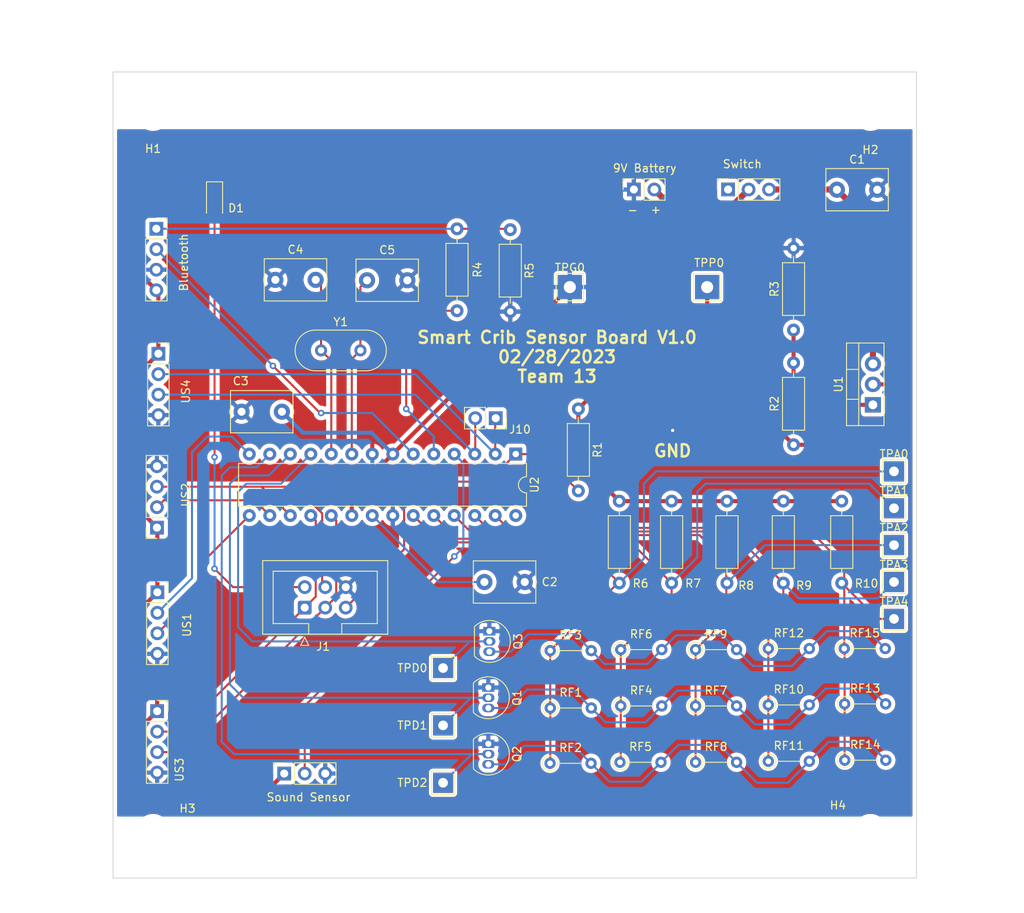
<source format=kicad_pcb>
(kicad_pcb (version 20211014) (generator pcbnew)
  (layers (0 "F.Cu" signal) (31 "B.Cu" signal) (34 "B.Paste" user) (35 "F.Paste" user) (36 "B.SilkS" user "B.Silkscreen") (37 "F.SilkS" user "F.Silkscreen") (38 "B.Mask" user) (39 "F.Mask" user) (44 "Edge.Cuts" user))
  (net 0 "")
  (net 1 "Net-(C1-Pad1)")
  (net 2 "GND")
  (net 3 "Net-(C2-Pad2)")
  (net 4 "+5V")
  (net 5 "Net-(C4-Pad2)")
  (net 6 "Net-(C5-Pad1)")
  (net 7 "Net-(D1-Pad2)")
  (net 8 "/MISO")
  (net 9 "/SCK")
  (net 10 "/MOSI")
  (net 11 "/RESET")
  (net 12 "Net-(J2-Pad2)")
  (net 14 "/US0_Trig")
  (net 15 "/US0_Echo")
  (net 16 "/SD_Echo")
  (net 17 "/US1_Trig")
  (net 18 "/US3_Trig")
  (net 19 "/US3_Echo")
  (net 20 "Net-(J9-Pad1)")
  (net 21 "/RX")
  (net 22 "/row1")
  (net 23 "Net-(Q1-Pad3)")
  (net 24 "/row2")
  (net 25 "Net-(Q2-Pad3)")
  (net 26 "/row0")
  (net 27 "Net-(Q3-Pad3)")
  (net 28 "Net-(R2-Pad2)")
  (net 29 "/TX")
  (net 30 "/col0")
  (net 31 "/col1")
  (net 32 "/col2")
  (net 33 "/col3")
  (net 34 "/col4")
  (footprint "TestPoint:TestPoint_THTPad_2.5x2.5mm_Drill1.2mm" (layer "F.Cu") (at 200.152 119.888)
    (fp_text reference "TPA4")
    (fp_text value "TPA4")
  )
  (footprint "Resistor_THT:R_Axial_DIN0207_L6.3mm_D2.5mm_P10.16mm_Horizontal" (layer "F.Cu") (at 161.036 93.853 -90)
    (fp_text reference "R1")
    (fp_text value "10k")
  )
  (footprint "Resistor_THT:R_Axial_DIN0207_L6.3mm_D2.5mm_P10.16mm_Horizontal" (layer "F.Cu") (at 146 81.68 90)
    (fp_text reference "R4")
    (fp_text value "1k")
  )
  (footprint "Capacitor_THT:C_Disc_D7.5mm_W5.0mm_P5.00mm" (layer "F.Cu") (at 123.484 77.851)
    (fp_text reference "C4")
    (fp_text value "22p")
  )
  (footprint "Resistor_THT:R_Axial_DIN0204_L3.6mm_D1.6mm_P5.08mm_Vertical" (layer "F.Cu") (at 157.53 137.795)
    (fp_text reference "RF2")
    (fp_text value "FSR")
  )
  (footprint "Capacitor_THT:C_Disc_D7.5mm_W5.0mm_P5.00mm" (layer "F.Cu") (at 154.392 115.316 180)
    (fp_text reference "C2")
    (fp_text value "100n")
  )
  (footprint "Resistor_THT:R_Axial_DIN0207_L6.3mm_D2.5mm_P10.16mm_Horizontal" (layer "F.Cu") (at 187.706 84.074 90)
    (fp_text reference "R3")
    (fp_text value "3k")
  )
  (footprint "Resistor_THT:R_Axial_DIN0204_L3.6mm_D1.6mm_P5.08mm_Vertical" (layer "F.Cu") (at 166.196 137.668)
    (fp_text reference "RF5")
    (fp_text value "FSR")
  )
  (footprint "Resistor_THT:R_Axial_DIN0204_L3.6mm_D1.6mm_P5.08mm_Vertical" (layer "F.Cu") (at 175.564 137.668)
    (fp_text reference "RF8")
    (fp_text value "FSR")
  )
  (footprint "MountingHole:MountingHole_3.2mm_M3" (layer "F.Cu") (at 197.231 146.177)
    (fp_text reference "H4")
    (fp_text value "MountingHole")
  )
  (footprint "Connector_PinSocket_2.54mm:PinSocket_1x03_P2.54mm_Vertical" (layer "F.Cu") (at 124.587 139.065 90)
    (fp_text reference "J5" hide)
    (fp_text value "Sound Sensor")
  )
  (footprint "Resistor_THT:R_Axial_DIN0204_L3.6mm_D1.6mm_P5.08mm_Vertical" (layer "F.Cu") (at 184.581 130.556)
    (fp_text reference "RF10")
    (fp_text value "FSR")
  )
  (footprint "Capacitor_THT:C_Disc_D7.5mm_W5.0mm_P5.00mm" (layer "F.Cu") (at 119.3 94.2)
    (fp_text reference "C3")
    (fp_text value "1uF")
  )
  (footprint "Connector_PinSocket_2.54mm:PinSocket_1x04_P2.54mm_Vertical" (layer "F.Cu") (at 108.991 87.005)
    (fp_text reference "J8" hide)
    (fp_text value "US4")
  )
  (footprint "Connector_PinSocket_2.54mm:PinSocket_1x03_P2.54mm_Vertical" (layer "F.Cu") (at 179.593 66.65 90)
    (fp_text reference "J3" hide)
    (fp_text value "Switch")
  )
  (footprint "Crystal:Crystal_HC49-U_Vertical" (layer "F.Cu") (at 129.15 86.6)
    (fp_text reference "Y1")
    (fp_text value "16MHz")
  )
  (footprint "TestPoint:TestPoint_THTPad_3.0x3.0mm_Drill1.5mm" (layer "F.Cu") (at 159.982 78.75)
    (fp_text reference "TPG0")
    (fp_text value "TPGnd")
  )
  (footprint "Resistor_THT:R_Axial_DIN0204_L3.6mm_D1.6mm_P5.08mm_Vertical" (layer "F.Cu") (at 194.053 137.414)
    (fp_text reference "RF14")
    (fp_text value "FSR")
  )
  (footprint "TestPoint:TestPoint_THTPad_2.5x2.5mm_Drill1.2mm" (layer "F.Cu") (at 144.272 125.984)
    (fp_text reference "TPD0")
    (fp_text value "TPD0")
  )
  (footprint "Resistor_THT:R_Axial_DIN0204_L3.6mm_D1.6mm_P5.08mm_Vertical" (layer "F.Cu") (at 157.55 123.825)
    (fp_text reference "RF3")
    (fp_text value "FSR")
  )
  (footprint "Resistor_THT:R_Axial_DIN0204_L3.6mm_D1.6mm_P5.08mm_Vertical" (layer "F.Cu") (at 175.564 123.698)
    (fp_text reference "RF9")
    (fp_text value "FSR")
  )
  (footprint "MountingHole:MountingHole_3.2mm_M3" (layer "F.Cu") (at 108.331 146.177)
    (fp_text reference "H3")
    (fp_text value "MountingHole")
  )
  (footprint "Resistor_THT:R_Axial_DIN0204_L3.6mm_D1.6mm_P5.08mm_Vertical" (layer "F.Cu") (at 166.293 130.683)
    (fp_text reference "RF4")
    (fp_text value "FSR")
  )
  (footprint "Resistor_THT:R_Axial_DIN0204_L3.6mm_D1.6mm_P5.08mm_Vertical" (layer "F.Cu") (at 194.033 130.429)
    (fp_text reference "RF13")
    (fp_text value "FSR")
  )
  (footprint "TestPoint:TestPoint_THTPad_2.5x2.5mm_Drill1.2mm" (layer "F.Cu") (at 200.152 115.316)
    (fp_text reference "TPA3")
    (fp_text value "TPA3")
  )
  (footprint "Resistor_THT:R_Axial_DIN0207_L6.3mm_D2.5mm_P10.16mm_Horizontal" (layer "F.Cu") (at 186.436 105.283 -90)
    (fp_text reference "R9")
    (fp_text value "1k")
  )
  (footprint "Package_TO_SOT_THT:TO-92_Inline" (layer "F.Cu") (at 149.881 135.382 -90)
    (fp_text reference "Q2")
    (fp_text value "2N7000")
  )
  (footprint "Diode_SMD:D_SOD-123" (layer "F.Cu") (at 115.951 67.945 -90)
    (fp_text reference "D1")
    (fp_text value "MBR0520")
  )
  (footprint "MountingHole:MountingHole_3.2mm_M3" (layer "F.Cu") (at 197.231 57.277)
    (fp_text reference "H2")
    (fp_text value "MountingHole")
  )
  (footprint "Resistor_THT:R_Axial_DIN0204_L3.6mm_D1.6mm_P5.08mm_Vertical" (layer "F.Cu") (at 193.989 123.571)
    (fp_text reference "RF15")
    (fp_text value "FSR")
  )
  (footprint "Connector_PinSocket_2.54mm:PinSocket_1x02_P2.54mm_Vertical" (layer "F.Cu") (at 150.8 95 -90)
    (fp_text reference "J10")
    (fp_text value "RX_TX")
  )
  (footprint "Package_DIP:DIP-28_W7.62mm" (layer "F.Cu") (at 153.279 99.451 -90)
    (fp_text reference "U2")
    (fp_text value "ATmega328P-P")
  )
  (footprint "Resistor_THT:R_Axial_DIN0204_L3.6mm_D1.6mm_P5.08mm_Vertical" (layer "F.Cu") (at 157.563 130.937)
    (fp_text reference "RF1")
    (fp_text value "FSR")
  )
  (footprint "Connector_IDC:IDC-Header_2x03_P2.54mm_Vertical" (layer "F.Cu") (at 127.127 118.491 90)
    (fp_text reference "J1")
    (fp_text value "AVR-ISP-6")
  )
  (footprint "Resistor_THT:R_Axial_DIN0207_L6.3mm_D2.5mm_P10.16mm_Horizontal" (layer "F.Cu") (at 179.451 105.283 -90)
    (fp_text reference "R8")
    (fp_text value "1k")
  )
  (footprint "TestPoint:TestPoint_THTPad_2.5x2.5mm_Drill1.2mm" (layer "F.Cu") (at 200.152 106.172)
    (fp_text reference "TPA1")
    (fp_text value "TPA1")
  )
  (footprint "Resistor_THT:R_Axial_DIN0207_L6.3mm_D2.5mm_P10.16mm_Horizontal" (layer "F.Cu") (at 193.675 105.283 -90)
    (fp_text reference "R10")
    (fp_text value "1k")
  )
  (footprint "Resistor_THT:R_Axial_DIN0204_L3.6mm_D1.6mm_P5.08mm_Vertical" (layer "F.Cu") (at 175.564 130.683)
    (fp_text reference "RF7")
    (fp_text value "FSR")
  )
  (footprint "Resistor_THT:R_Axial_DIN0204_L3.6mm_D1.6mm_P5.08mm_Vertical" (layer "F.Cu") (at 184.581 123.571)
    (fp_text reference "RF12")
    (fp_text value "FSR")
  )
  (footprint "TestPoint:TestPoint_THTPad_2.5x2.5mm_Drill1.2mm" (layer "F.Cu") (at 144.272 133.096)
    (fp_text reference "TPD1")
    (fp_text value "TPD1")
  )
  (footprint "TestPoint:TestPoint_THTPad_2.5x2.5mm_Drill1.2mm" (layer "F.Cu") (at 200.152 110.744)
    (fp_text reference "TPA2")
    (fp_text value "TPA2")
  )
  (footprint "MountingHole:MountingHole_3.2mm_M3" (layer "F.Cu") (at 108.331 57.277)
    (fp_text reference "H1")
    (fp_text value "MountingHole")
  )
  (footprint "Resistor_THT:R_Axial_DIN0204_L3.6mm_D1.6mm_P5.08mm_Vertical" (layer "F.Cu") (at 184.581 137.541)
    (fp_text reference "RF11")
    (fp_text value "FSR")
  )
  (footprint "Connector_PinSocket_2.54mm:PinSocket_1x02_P2.54mm_Vertical" (layer "F.Cu") (at 167.914 66.65 90)
    (fp_text reference "J2" hide)
    (fp_text value "9V Battery")
  )
  (footprint "Resistor_THT:R_Axial_DIN0207_L6.3mm_D2.5mm_P10.16mm_Horizontal" (layer "F.Cu") (at 166.116 105.283 -90)
    (fp_text reference "R6")
    (fp_text value "1k")
  )
  (footprint "Package_TO_SOT_THT:TO-92_Inline" (layer "F.Cu") (at 150.008 121.412 -90)
    (fp_text reference "Q3")
    (fp_text value "2N7000")
  )
  (footprint "Capacitor_THT:C_Disc_D7.5mm_W5.0mm_P5.00mm" (layer "F.Cu") (at 134.847 77.904)
    (fp_text reference "C5")
    (fp_text value "22p")
  )
  (footprint "Connector_PinSocket_2.54mm:PinSocket_1x04_P2.54mm_Vertical" (layer "F.Cu") (at 108.864 116.596)
    (fp_text reference "J4" hide)
    (fp_text value "US1")
  )
  (footprint "Connector_PinSocket_2.54mm:PinSocket_1x04_P2.54mm_Vertical" (layer "F.Cu") (at 108.737 71.511)
    (fp_text reference "J9" hide)
    (fp_text value "Bluetooth")
  )
  (footprint "Resistor_THT:R_Axial_DIN0207_L6.3mm_D2.5mm_P10.16mm_Horizontal" (layer "F.Cu") (at 187.706 98.298 90)
    (fp_text reference "R2")
    (fp_text value "1k")
  )
  (footprint "TestPoint:TestPoint_THTPad_3.0x3.0mm_Drill1.5mm" (layer "F.Cu") (at 177 78.75)
    (fp_text reference "TPP0")
    (fp_text value "TPPower")
  )
  (footprint "Connector_PinSocket_2.54mm:PinSocket_1x04_P2.54mm_Vertical" (layer "F.Cu") (at 108.839 131.328)
    (fp_text reference "J7" hide)
    (fp_text value "US3")
  )
  (footprint "Capacitor_THT:C_Disc_D7.5mm_W5.0mm_P5.00mm" (layer "F.Cu") (at 193.08 66.675)
    (fp_text reference "C1")
    (fp_text value "1uF")
  )
  (footprint "Package_TO_SOT_THT:TO-92_Inline" (layer "F.Cu") (at 149.881 128.397 -90)
    (fp_text reference "Q1")
    (fp_text value "2N7000")
  )
  (footprint "Connector_PinSocket_2.54mm:PinSocket_1x04_P2.54mm_Vertical" (layer "F.Cu") (at 108.814 108.575 180)
    (fp_text reference "J6" hide)
    (fp_text value "US2")
  )
  (footprint "Resistor_THT:R_Axial_DIN0207_L6.3mm_D2.5mm_P10.16mm_Horizontal" (layer "F.Cu") (at 172.593 105.283 -90)
    (fp_text reference "R7")
    (fp_text value "1k")
  )
  (footprint "Package_TO_SOT_THT:TO-220-3_Vertical" (layer "F.Cu") (at 197.541 93.345 90)
    (fp_text reference "U1")
    (fp_text value "LM317_TO-220")
  )
  (footprint "TestPoint:TestPoint_THTPad_2.5x2.5mm_Drill1.2mm" (layer "F.Cu") (at 144.272 140.208)
    (fp_text reference "TPD2")
    (fp_text value "TPD2")
  )
  (footprint "Resistor_THT:R_Axial_DIN0207_L6.3mm_D2.5mm_P10.16mm_Horizontal" (layer "F.Cu") (at 152.6 71.628 -90)
    (fp_text reference "R5")
    (fp_text value "2k")
  )
  (footprint "TestPoint:TestPoint_THTPad_2.5x2.5mm_Drill1.2mm" (layer "F.Cu") (at 200.152 101.6)
    (fp_text reference "TPA0")
    (fp_text value "TPA0")
  )
  (footprint "Resistor_THT:R_Axial_DIN0204_L3.6mm_D1.6mm_P5.08mm_Vertical" (layer "F.Cu") (at 166.293 123.698)
    (fp_text reference "RF6")
    (fp_text value "FSR")
  )
  (gr_rect (start 103.378 52.07) (end 202.946 152.019) (layer "Edge.Cuts") (width 0.1) (fill none))
  (gr_text "Smart Crib Sensor Board V1.0\n02/28/2023\nTeam 13" (at 158.4 87.4) (layer "F.SilkS") (effects (font (size 1.5 1.5) (thickness 0.3))))
  (gr_text "GND" (at 172.72 99.06) (layer "F.SilkS") (effects (font (size 1.5 1.5) (thickness 0.3))))
  (segment (start 193.08 66.675) (end 197.541 71.136) (width 0.762) (layer "F.Cu") (net 1))
  (segment (start 193.055 66.65) (end 193.08 66.675) (width 0.762) (layer "F.Cu") (net 1))
  (segment (start 184.673 66.65) (end 193.055 66.65) (width 0.762) (layer "F.Cu") (net 1))
  (segment (start 197.541 71.136) (end 197.541 88.265) (width 0.762) (layer "F.Cu") (net 1))
  (segment (start 155.194 81.788) (end 152.6 81.788) (width 0.508) (layer "F.Cu") (net 2))
  (segment (start 155.232 81.75) (end 155.194 81.788) (width 0.508) (layer "F.Cu") (net 2))
  (segment (start 159.982 78.75) (end 156.982 81.75) (width 0.508) (layer "F.Cu") (net 2))
  (segment (start 156.982 81.75) (end 155.232 81.75) (width 0.508) (layer "F.Cu") (net 2))
  (via (at 172.72 96.52) (size 0.8) (drill 0.4) (layers "F.Cu" "B.Cu") (net 2))
  (segment (start 149.392 115.316) (end 143.744 115.316) (width 0.254) (layer "B.Cu") (net 3))
  (segment (start 143.744 115.316) (end 135.499 107.071) (width 0.254) (layer "B.Cu") (net 3))
  (segment (start 108.814 108.575) (end 108.814 108.56) (width 0.508) (layer "F.Cu") (net 4))
  (segment (start 108.455 66.295) (end 115.951 66.295) (width 0.508) (layer "F.Cu") (net 4))
  (segment (start 105.918 76.312) (end 105.918 68.832) (width 0.508) (layer "F.Cu") (net 4))
  (segment (start 105.791 90.205) (end 108.991 87.005) (width 0.508) (layer "F.Cu") (net 4))
  (segment (start 156.591 67.183) (end 157.204 67.796) (width 0.508) (layer "F.Cu") (net 4))
  (segment (start 108.864 116.596) (end 108.864 108.625) (width 0.508) (layer "F.Cu") (net 4))
  (segment (start 115.951 66.295) (end 115.951 66.548) (width 0.508) (layer "F.Cu") (net 4))
  (segment (start 108.737 79.131) (end 105.918 76.312) (width 0.508) (layer "F.Cu") (net 4))
  (segment (start 177 78.75) (end 177 87.592) (width 0.508) (layer "F.Cu") (net 4))
  (segment (start 105.664 125.857) (end 105.664 119.796) (width 0.508) (layer "F.Cu") (net 4))
  (segment (start 163.689 91.2) (end 180.608 91.2) (width 0.508) (layer "F.Cu") (net 4))
  (segment (start 121.852 141.8) (end 106.6 141.8) (width 0.508) (layer "F.Cu") (net 4))
  (segment (start 152.633 91.8) (end 161.7165 100.8835) (width 0.508) (layer "F.Cu") (net 4))
  (segment (start 186.436 105.283) (end 193.675 105.283) (width 0.508) (layer "F.Cu") (net 4))
  (segment (start 166.116 105.283) (end 172.593 105.283) (width 0.508) (layer "F.Cu") (net 4))
  (segment (start 108.814 108.56) (end 105.791 105.537) (width 0.508) (layer "F.Cu") (net 4))
  (segment (start 105.791 105.537) (end 105.791 90.205) (width 0.508) (layer "F.Cu") (net 4))
  (segment (start 115.951 66.548) (end 116.586 67.183) (width 0.508) (layer "F.Cu") (net 4))
  (segment (start 132.959 104.531) (end 132.959 107.071) (width 0.508) (layer "F.Cu") (net 4))
  (segment (start 187.706 98.298) (end 182.704 93.296) (width 0.508) (layer "F.Cu") (net 4))
  (segment (start 180.704 91.296) (end 157.204 67.796) (width 0.508) (layer "F.Cu") (net 4))
  (segment (start 199.405 90.805) (end 201 92.4) (width 0.508) (layer "F.Cu") (net 4))
  (segment (start 166.116 105.283) (end 161.7165 100.8835) (width 0.508) (layer "F.Cu") (net 4))
  (segment (start 161.036 93.853) (end 161.036 100.203) (width 0.508) (layer "F.Cu") (net 4))
  (segment (start 161.036 93.853) (end 163.689 91.2) (width 0.508) (layer "F.Cu") (net 4))
  (segment (start 108.864 108.625) (end 108.814 108.575) (width 0.508) (layer "F.Cu") (net 4))
  (segment (start 198.502 98.298) (end 187.706 98.298) (width 0.508) (layer "F.Cu") (net 4))
  (segment (start 180.608 91.2) (end 180.704 91.296) (width 0.508) (layer "F.Cu") (net 4))
  (segment (start 201 92.4) (end 201 95.8) (width 0.508) (layer "F.Cu") (net 4))
  (segment (start 179.451 105.283) (end 186.436 105.283) (width 0.508) (layer "F.Cu") (net 4))
  (segment (start 116.586 67.183) (end 156.591 67.183) (width 0.508) (layer "F.Cu") (net 4))
  (segment (start 106.6 141.8) (end 105.6 140.8) (width 0.508) (layer "F.Cu") (net 4))
  (segment (start 105.6 140.8) (end 105.6 134.567) (width 0.508) (layer "F.Cu") (net 4))
  (segment (start 105.6 134.567) (end 108.839 131.328) (width 0.508) (layer "F.Cu") (net 4))
  (segment (start 197.541 90.805) (end 199.405 90.805) (width 0.508) (layer "F.Cu") (net 4))
  (segment (start 138.039 99.451) (end 132.959 104.531) (width 0.508) (layer "F.Cu") (net 4))
  (segment (start 108.991 87.005) (end 108.991 79.385) (width 0.508) (layer "F.Cu") (net 4))
  (segment (start 201 95.8) (end 198.502 98.298) (width 0.508) (layer "F.Cu") (net 4))
  (segment (start 108.991 79.385) (end 108.737 79.131) (width 0.508) (layer "F.Cu") (net 4))
  (segment (start 177 87.592) (end 182.704 93.296) (width 0.508) (layer "F.Cu") (net 4))
  (segment (start 124.587 139.065) (end 121.852 141.8) (width 0.508) (layer "F.Cu") (net 4))
  (segment (start 108.839 129.032) (end 105.664 125.857) (width 0.508) (layer "F.Cu") (net 4))
  (segment (start 108.839 131.328) (end 108.839 129.032) (width 0.508) (layer "F.Cu") (net 4))
  (segment (start 161.036 100.203) (end 161.163 100.33) (width 0.508) (layer "F.Cu") (net 4))
  (segment (start 161.7165 100.8835) (end 161.163 100.33) (width 0.508) (layer "F.Cu") (net 4))
  (segment (start 145.69 91.8) (end 152.633 91.8) (width 0.508) (layer "F.Cu") (net 4))
  (segment (start 172.593 105.283) (end 179.451 105.283) (width 0.508) (layer "F.Cu") (net 4))
  (segment (start 105.918 68.832) (end 108.455 66.295) (width 0.508) (layer "F.Cu") (net 4))
  (segment (start 138.039 99.451) (end 145.69 91.8) (width 0.508) (layer "F.Cu") (net 4))
  (segment (start 105.664 119.796) (end 108.864 116.596) (width 0.508) (layer "F.Cu") (net 4))
  (segment (start 138.039 99.451) (end 135.388 96.8) (width 0.508) (layer "B.Cu") (net 4))
  (segment (start 135.388 96.8) (end 126.9 96.8) (width 0.508) (layer "B.Cu") (net 4))
  (segment (start 126.9 96.8) (end 124.3 94.2) (width 0.508) (layer "B.Cu") (net 4))
  (segment (start 130.419 99.451) (end 130.419 87.869) (width 0.254) (layer "F.Cu") (net 5))
  (segment (start 129.15 78.517) (end 128.484 77.851) (width 0.254) (layer "F.Cu") (net 5))
  (segment (start 129.15 86.6) (end 129.15 78.517) (width 0.254) (layer "F.Cu") (net 5))
  (segment (start 130.419 87.869) (end 129.15 86.6) (width 0.254) (layer "F.Cu") (net 5))
  (segment (start 134.03 86.6) (end 134.03 78.721) (width 0.254) (layer "F.Cu") (net 6))
  (segment (start 134.03 78.721) (end 134.847 77.904) (width 0.254) (layer "F.Cu") (net 6))
  (segment (start 132.959 99.451) (end 132.959 87.671) (width 0.254) (layer "F.Cu") (net 6))
  (segment (start 132.959 87.671) (end 134.03 86.6) (width 0.254) (layer "F.Cu") (net 6))
  (segment (start 115.951 69.595) (end 115.951 99.822) (width 0.25) (layer "F.Cu") (net 7))
  (segment (start 127.127 115.951) (end 118.237 115.951) (width 0.254) (layer "F.Cu") (net 7))
  (segment (start 115.951 113.665) (end 117.1575 114.8715) (width 0.25) (layer "F.Cu") (net 7))
  (segment (start 118.237 115.951) (end 117.1575 114.8715) (width 0.254) (layer "F.Cu") (net 7))
  (via (at 115.951 99.822) (size 0.8) (drill 0.4) (layers "F.Cu" "B.Cu") (net 7))
  (via (at 115.951 113.665) (size 0.8) (drill 0.4) (layers "F.Cu" "B.Cu") (net 7))
  (segment (start 115.951 99.822) (end 115.951 113.665) (width 0.25) (layer "B.Cu") (net 7))
  (segment (start 127.879 107.071) (end 128.492 107.684) (width 0.25) (layer "F.Cu") (net 8))
  (segment (start 127.127 118.491) (end 111.75 133.868) (width 0.254) (layer "F.Cu") (net 8))
  (segment (start 111.75 133.868) (end 108.839 133.868) (width 0.254) (layer "F.Cu") (net 8))
  (segment (start 128.492 117.126) (end 127.127 118.491) (width 0.25) (layer "F.Cu") (net 8))
  (segment (start 128.492 107.684) (end 128.492 117.126) (width 0.25) (layer "F.Cu") (net 8))
  (segment (start 131.03 117.128) (end 129.667 118.491) (width 0.254) (layer "F.Cu") (net 9))
  (segment (start 129.667 118.491) (end 111.75 136.408) (width 0.254) (layer "F.Cu") (net 9))
  (segment (start 131.03 107.682) (end 131.03 117.128) (width 0.254) (layer "F.Cu") (net 9))
  (segment (start 130.419 107.071) (end 131.03 107.682) (width 0.254) (layer "F.Cu") (net 9))
  (segment (start 111.75 136.408) (end 108.839 136.408) (width 0.254) (layer "F.Cu") (net 9))
  (segment (start 129.292 106.807) (end 125.98 103.495) (width 0.254) (layer "F.Cu") (net 10))
  (segment (start 129.292 115.576) (end 129.292 106.807) (width 0.254) (layer "F.Cu") (net 10))
  (segment (start 121.676 103.495) (end 108.814 103.495) (width 0.254) (layer "F.Cu") (net 10))
  (segment (start 121.763 103.495) (end 121.676 103.495) (width 0.254) (layer "F.Cu") (net 10))
  (segment (start 125.98 103.495) (end 121.676 103.495) (width 0.254) (layer "F.Cu") (net 10))
  (segment (start 125.339 107.071) (end 121.763 103.495) (width 0.254) (layer "F.Cu") (net 10))
  (segment (start 129.667 115.951) (end 129.292 115.576) (width 0.254) (layer "F.Cu") (net 10))
  (segment (start 156.474 99.451) (end 161.036 104.013) (width 0.254) (layer "F.Cu") (net 11))
  (segment (start 149.86 102.87) (end 153.279 99.451) (width 0.254) (layer "F.Cu") (net 11))
  (segment (start 139.446 104.902) (end 141.478 102.87) (width 0.254) (layer "F.Cu") (net 11))
  (segment (start 141.478 102.87) (end 149.86 102.87) (width 0.254) (layer "F.Cu") (net 11))
  (segment (start 139.446 111.252) (end 139.446 104.902) (width 0.254) (layer "F.Cu") (net 11))
  (segment (start 132.207 118.491) (end 139.446 111.252) (width 0.254) (layer "F.Cu") (net 11))
  (segment (start 153.279 99.451) (end 156.474 99.451) (width 0.254) (layer "F.Cu") (net 11))
  (segment (start 178.552 70.231) (end 182.133 66.65) (width 0.762) (layer "F.Cu") (net 12))
  (segment (start 174.035 70.231) (end 178.552 70.231) (width 0.762) (layer "F.Cu") (net 12))
  (segment (start 170.454 66.65) (end 174.035 70.231) (width 0.762) (layer "F.Cu") (net 12))
  (segment (start 113.157 114.843) (end 113.157 99.187) (width 0.25) (layer "B.Cu") (net 14))
  (segment (start 113.157 99.187) (end 115.062 97.282) (width 0.25) (layer "B.Cu") (net 14))
  (segment (start 118.09 97.282) (end 120.259 99.451) (width 0.25) (layer "B.Cu") (net 14))
  (segment (start 108.864 119.136) (end 113.157 114.843) (width 0.25) (layer "B.Cu") (net 14))
  (segment (start 115.062 97.282) (end 118.09 97.282) (width 0.25) (layer "B.Cu") (net 14))
  (segment (start 108.864 121.676) (end 114.3 116.24) (width 0.25) (layer "F.Cu") (net 15))
  (segment (start 114.3 113.03) (end 114.3 114.935) (width 0.25) (layer "F.Cu") (net 15))
  (segment (start 114.3 116.24) (end 114.3 114.935) (width 0.25) (layer "F.Cu") (net 15))
  (segment (start 120.259 107.071) (end 114.3 113.03) (width 0.25) (layer "F.Cu") (net 15))
  (segment (start 127.127 139.065) (end 127.127 130.683) (width 0.254) (layer "F.Cu") (net 16))
  (segment (start 127.127 130.683) (end 145.669 112.141) (width 0.254) (layer "F.Cu") (net 16))
  (via (at 145.669 112.141) (size 0.8) (drill 0.4) (layers "F.Cu" "B.Cu") (net 16))
  (segment (start 146.786 100.578) (end 145.659 99.451) (width 0.254) (layer "B.Cu") (net 16))
  (segment (start 146.786 111.024) (end 146.786 100.578) (width 0.254) (layer "B.Cu") (net 16))
  (segment (start 145.669 112.141) (end 146.786 111.024) (width 0.254) (layer "B.Cu") (net 16))
  (segment (start 109.664 105.185) (end 108.814 106.035) (width 0.254) (layer "F.Cu") (net 17))
  (segment (start 120.913 105.185) (end 109.664 105.185) (width 0.254) (layer "F.Cu") (net 17))
  (segment (start 122.799 107.071) (end 120.913 105.185) (width 0.254) (layer "F.Cu") (net 17))
  (segment (start 150.739 99.451) (end 150.739 95.061) (width 0.254) (layer "F.Cu") (net 18))
  (segment (start 150.739 95.061) (end 150.8 95) (width 0.254) (layer "F.Cu") (net 18))
  (segment (start 108.991 89.545) (end 140.833 89.545) (width 0.254) (layer "B.Cu") (net 18))
  (segment (start 140.833 89.545) (end 150.739 99.451) (width 0.254) (layer "B.Cu") (net 18))
  (segment (start 148.26 95) (end 148.26 99.39) (width 0.254) (layer "F.Cu") (net 19))
  (segment (start 148.26 99.39) (end 148.199 99.451) (width 0.254) (layer "F.Cu") (net 19))
  (segment (start 108.991 92.085) (end 140.833 92.085) (width 0.254) (layer "B.Cu") (net 19))
  (segment (start 140.833 92.085) (end 148.199 99.451) (width 0.254) (layer "B.Cu") (net 19))
  (segment (start 152.492 71.52) (end 152.6 71.628) (width 0.25) (layer "F.Cu") (net 20))
  (segment (start 146 71.52) (end 152.492 71.52) (width 0.25) (layer "F.Cu") (net 20))
  (segment (start 144.291 71.52) (end 146 71.52) (width 0.25) (layer "B.Cu") (net 20))
  (segment (start 144.282 71.511) (end 144.291 71.52) (width 0.25) (layer "B.Cu") (net 20))
  (segment (start 108.737 71.511) (end 144.282 71.511) (width 0.25) (layer "B.Cu") (net 20))
  (segment (start 129.032 94.361) (end 129.159 94.361) (width 0.254) (layer "F.Cu") (net 21))
  (segment (start 123.19 88.519) (end 129.032 94.361) (width 0.254) (layer "F.Cu") (net 21))
  (via (at 123.19 88.519) (size 0.8) (drill 0.4) (layers "F.Cu" "B.Cu") (net 21))
  (via (at 129.159 94.361) (size 0.8) (drill 0.4) (layers "F.Cu" "B.Cu") (net 21))
  (segment (start 135.489 94.361) (end 140.579 99.451) (width 0.254) (layer "B.Cu") (net 21))
  (segment (start 123.19 88.504) (end 123.19 88.519) (width 0.254) (layer "B.Cu") (net 21))
  (segment (start 129.159 94.361) (end 135.489 94.361) (width 0.254) (layer "B.Cu") (net 21))
  (segment (start 108.737 74.051) (end 123.19 88.504) (width 0.254) (layer "B.Cu") (net 21))
  (segment (start 117.856 128.016) (end 118.745 128.905) (width 0.25) (layer "B.Cu") (net 22))
  (segment (start 117.856 103.124) (end 117.856 128.016) (width 0.25) (layer "B.Cu") (net 22))
  (segment (start 119.507 129.667) (end 118.745 128.905) (width 0.254) (layer "B.Cu") (net 22))
  (segment (start 149.881 129.667) (end 119.507 129.667) (width 0.254) (layer "B.Cu") (net 22))
  (segment (start 125.339 99.451) (end 122.682 102.108) (width 0.25) (layer "B.Cu") (net 22))
  (segment (start 118.872 102.108) (end 117.856 103.124) (width 0.25) (layer "B.Cu") (net 22))
  (segment (start 122.682 102.108) (end 118.872 102.108) (width 0.25) (layer "B.Cu") (net 22))
  (segment (start 147.701 129.667) (end 144.272 133.096) (width 0.254) (layer "B.Cu") (net 22))
  (segment (start 149.881 129.667) (end 147.701 129.667) (width 0.254) (layer "B.Cu") (net 22))
  (segment (start 180.644 130.683) (end 182.93 132.969) (width 0.254) (layer "B.Cu") (net 23))
  (segment (start 182.93 132.969) (end 187.248 132.969) (width 0.254) (layer "B.Cu") (net 23))
  (segment (start 154.686 128.651) (end 160.357 128.651) (width 0.254) (layer "B.Cu") (net 23))
  (segment (start 189.661 130.556) (end 191.693 128.524) (width 0.254) (layer "B.Cu") (net 23))
  (segment (start 173.278 128.778) (end 178.739 128.778) (width 0.254) (layer "B.Cu") (net 23))
  (segment (start 164.421 132.715) (end 169.341 132.715) (width 0.254) (layer "B.Cu") (net 23))
  (segment (start 191.693 128.524) (end 197.208 128.524) (width 0.254) (layer "B.Cu") (net 23))
  (segment (start 171.373 130.683) (end 173.278 128.778) (width 0.254) (layer "B.Cu") (net 23))
  (segment (start 152.4 130.937) (end 154.686 128.651) (width 0.254) (layer "B.Cu") (net 23))
  (segment (start 162.643 130.937) (end 164.421 132.715) (width 0.254) (layer "B.Cu") (net 23))
  (segment (start 169.341 132.715) (end 171.373 130.683) (width 0.254) (layer "B.Cu") (net 23))
  (segment (start 197.208 128.524) (end 199.113 130.429) (width 0.254) (layer "B.Cu") (net 23))
  (segment (start 149.881 130.937) (end 152.4 130.937) (width 0.254) (layer "B.Cu") (net 23))
  (segment (start 160.357 128.651) (end 162.643 130.937) (width 0.254) (layer "B.Cu") (net 23))
  (segment (start 178.739 128.778) (end 180.644 130.683) (width 0.254) (layer "B.Cu") (net 23))
  (segment (start 187.248 132.969) (end 189.661 130.556) (width 0.254) (layer "B.Cu") (net 23))
  (segment (start 147.828 136.652) (end 144.272 140.208) (width 0.254) (layer "B.Cu") (net 24))
  (segment (start 116.84 102.108) (end 116.84 135.128) (width 0.25) (layer "B.Cu") (net 24))
  (segment (start 118.364 136.652) (end 117.5385 135.8265) (width 0.254) (layer "B.Cu") (net 24))
  (segment (start 149.881 136.652) (end 118.364 136.652) (width 0.254) (layer "B.Cu") (net 24))
  (segment (start 117.856 101.092) (end 116.84 102.108) (width 0.25) (layer "B.Cu") (net 24))
  (segment (start 122.799 99.451) (end 121.158 101.092) (width 0.25) (layer "B.Cu") (net 24))
  (segment (start 121.158 101.092) (end 117.856 101.092) (width 0.25) (layer "B.Cu") (net 24))
  (segment (start 116.84 135.128) (end 117.5385 135.8265) (width 0.25) (layer "B.Cu") (net 24))
  (segment (start 149.881 136.652) (end 147.828 136.652) (width 0.254) (layer "B.Cu") (net 24))
  (segment (start 152.019 137.922) (end 154.305 135.636) (width 0.254) (layer "B.Cu") (net 25))
  (segment (start 164.896 140.081) (end 168.863 140.081) (width 0.254) (layer "B.Cu") (net 25))
  (segment (start 192.074 135.128) (end 196.847 135.128) (width 0.254) (layer "B.Cu") (net 25))
  (segment (start 154.305 135.636) (end 160.451 135.636) (width 0.254) (layer "B.Cu") (net 25))
  (segment (start 180.644 137.668) (end 183.184 140.208) (width 0.254) (layer "B.Cu") (net 25))
  (segment (start 162.61 137.795) (end 164.896 140.081) (width 0.254) (layer "B.Cu") (net 25))
  (segment (start 196.847 135.128) (end 199.133 137.414) (width 0.254) (layer "B.Cu") (net 25))
  (segment (start 189.661 137.541) (end 192.074 135.128) (width 0.254) (layer "B.Cu") (net 25))
  (segment (start 186.994 140.208) (end 189.661 137.541) (width 0.254) (layer "B.Cu") (net 25))
  (segment (start 183.184 140.208) (end 186.994 140.208) (width 0.254) (layer "B.Cu") (net 25))
  (segment (start 160.451 135.636) (end 162.61 137.795) (width 0.254) (layer "B.Cu") (net 25))
  (segment (start 173.435 135.509) (end 178.485 135.509) (width 0.254) (layer "B.Cu") (net 25))
  (segment (start 149.881 137.922) (end 152.019 137.922) (width 0.254) (layer "B.Cu") (net 25))
  (segment (start 168.863 140.081) (end 171.276 137.668) (width 0.254) (layer "B.Cu") (net 25))
  (segment (start 178.485 135.509) (end 180.644 137.668) (width 0.254) (layer "B.Cu") (net 25))
  (segment (start 171.276 137.668) (end 173.435 135.509) (width 0.254) (layer "B.Cu") (net 25))
  (segment (start 126.238 122.682) (end 147.574 122.682) (width 0.254) (layer "B.Cu") (net 26))
  (segment (start 118.872 104.14) (end 118.872 120.904) (width 0.25) (layer "B.Cu") (net 26))
  (segment (start 118.872 120.904) (end 120.65 122.682) (width 0.25) (layer "B.Cu") (net 26))
  (segment (start 124.206 103.124) (end 119.888 103.124) (width 0.25) (layer "B.Cu") (net 26))
  (segment (start 127.879 99.451) (end 124.206 103.124) (width 0.25) (layer "B.Cu") (net 26))
  (segment (start 119.888 103.124) (end 118.872 104.14) (width 0.25) (layer "B.Cu") (net 26))
  (segment (start 144.272 125.984) (end 147.574 122.682) (width 0.254) (layer "B.Cu") (net 26))
  (segment (start 147.574 122.682) (end 150.008 122.682) (width 0.254) (layer "B.Cu") (net 26))
  (segment (start 120.65 122.682) (end 126.238 122.682) (width 0.25) (layer "B.Cu") (net 26))
  (segment (start 160.598 121.793) (end 162.63 123.825) (width 0.254) (layer "B.Cu") (net 27))
  (segment (start 187.502 125.73) (end 189.661 123.571) (width 0.254) (layer "B.Cu") (net 27))
  (segment (start 191.82 121.412) (end 196.91 121.412) (width 0.254) (layer "B.Cu") (net 27))
  (segment (start 162.63 123.825) (end 164.281 125.476) (width 0.254) (layer "B.Cu") (net 27))
  (segment (start 180.644 123.698) (end 182.676 125.73) (width 0.254) (layer "B.Cu") (net 27))
  (segment (start 189.661 123.571) (end 191.82 121.412) (width 0.254) (layer "B.Cu") (net 27))
  (segment (start 182.676 125.73) (end 187.502 125.73) (width 0.254) (layer "B.Cu") (net 27))
  (segment (start 154.813 121.793) (end 160.598 121.793) (width 0.254) (layer "B.Cu") (net 27))
  (segment (start 169.595 125.476) (end 171.373 123.698) (width 0.254) (layer "B.Cu") (net 27))
  (segment (start 164.281 125.476) (end 169.595 125.476) (width 0.254) (layer "B.Cu") (net 27))
  (segment (start 150.008 123.952) (end 152.654 123.952) (width 0.254) (layer "B.Cu") (net 27))
  (segment (start 171.373 123.698) (end 173.151 121.92) (width 0.254) (layer "B.Cu") (net 27))
  (segment (start 178.866 121.92) (end 180.644 123.698) (width 0.254) (layer "B.Cu") (net 27))
  (segment (start 173.151 121.92) (end 178.866 121.92) (width 0.254) (layer "B.Cu") (net 27))
  (segment (start 196.91 121.412) (end 199.069 123.571) (width 0.254) (layer "B.Cu") (net 27))
  (segment (start 152.654 123.952) (end 154.813 121.793) (width 0.254) (layer "B.Cu") (net 27))
  (segment (start 189.103 93.345) (end 197.541 93.345) (width 0.508) (layer "F.Cu") (net 28))
  (segment (start 187.706 91.948) (end 189.103 93.345) (width 0.508) (layer "F.Cu") (net 28))
  (segment (start 187.706 90.678) (end 187.706 91.948) (width 0.508) (layer "F.Cu") (net 28))
  (segment (start 187.706 90.678) (end 187.706 84.074) (width 0.508) (layer "F.Cu") (net 28))
  (segment (start 144.507 81.68) (end 139.7 86.487) (width 0.25) (layer "F.Cu") (net 29))
  (segment (start 139.7 86.487) (end 139.7 93.853) (width 0.254) (layer "F.Cu") (net 29))
  (segment (start 146 81.68) (end 144.507 81.68) (width 0.25) (layer "F.Cu") (net 29))
  (via (at 139.7 93.853) (size 0.8) (drill 0.4) (layers "F.Cu" "B.Cu") (net 29))
  (segment (start 143.119 97.272) (end 140.208 94.361) (width 0.254) (layer "B.Cu") (net 29))
  (segment (start 143.119 99.451) (end 143.119 97.272) (width 0.254) (layer "B.Cu") (net 29))
  (segment (start 140.208 94.361) (end 139.7 93.853) (width 0.254) (layer "B.Cu") (net 29))
  (segment (start 166.116 115.259) (end 157.55 123.825) (width 0.254) (layer "F.Cu") (net 30))
  (segment (start 157.55 123.825) (end 157.55 130.924) (width 0.254) (layer "F.Cu") (net 30))
  (segment (start 157.55 130.924) (end 157.563 130.937) (width 0.254) (layer "F.Cu") (net 30))
  (segment (start 157.563 137.762) (end 157.53 137.795) (width 0.254) (layer "F.Cu") (net 30))
  (segment (start 143.91 110.402) (end 140.579 107.071) (width 0.254) (layer "F.Cu") (net 30))
  (segment (start 161.075 110.402) (end 143.91 110.402) (width 0.254) (layer "F.Cu") (net 30))
  (segment (start 157.563 130.937) (end 157.563 137.762) (width 0.254) (layer "F.Cu") (net 30))
  (segment (start 166.116 115.443) (end 161.075 110.402) (width 0.254) (layer "F.Cu") (net 30))
  (segment (start 166.116 115.443) (end 169.164 112.395) (width 0.254) (layer "B.Cu") (net 30))
  (segment (start 169.164 103.124) (end 170.688 101.6) (width 0.254) (layer "B.Cu") (net 30))
  (segment (start 170.688 101.6) (end 200.152 101.6) (width 0.254) (layer "B.Cu") (net 30))
  (segment (start 169.164 112.395) (end 169.164 103.124) (width 0.254) (layer "B.Cu") (net 30))
  (segment (start 172.593 117.398) (end 172.593 115.443) (width 0.254) (layer "F.Cu") (net 31))
  (segment (start 143.119 107.071) (end 145.998 109.95) (width 0.25) (layer "F.Cu") (net 31))
  (segment (start 167.1 109.95) (end 172.593 115.443) (width 0.25) (layer "F.Cu") (net 31))
  (segment (start 166.293 123.698) (end 172.593 117.398) (width 0.254) (layer "F.Cu") (net 31))
  (segment (start 166.293 137.571) (end 166.196 137.668) (width 0.254) (layer "F.Cu") (net 31))
  (segment (start 166.293 123.698) (end 166.293 130.683) (width 0.254) (layer "F.Cu") (net 31))
  (segment (start 166.293 130.683) (end 166.293 137.571) (width 0.254) (layer "F.Cu") (net 31))
  (segment (start 145.998 109.95) (end 167.1 109.95) (width 0.25) (layer "F.Cu") (net 31))
  (segment (start 175.768 112.268) (end 175.768 104.14) (width 0.254) (layer "B.Cu") (net 31))
  (segment (start 175.768 104.14) (end 176.784 103.124) (width 0.254) (layer "B.Cu") (net 31))
  (segment (start 176.784 103.124) (end 197.104 103.124) (width 0.254) (layer "B.Cu") (net 31))
  (segment (start 197.104 103.124) (end 200.152 106.172) (width 0.254) (layer "B.Cu") (net 31))
  (segment (start 172.593 115.443) (end 175.768 112.268) (width 0.254) (layer "B.Cu") (net 31))
  (segment (start 175.564 123.698) (end 175.564 130.683) (width 0.254) (layer "F.Cu") (net 32))
  (segment (start 179.374 112.826) (end 179.374 119.888) (width 0.254) (layer "F.Cu") (net 32))
  (segment (start 176.048 109.5) (end 177.574 111.026) (width 0.25) (layer "F.Cu") (net 32))
  (segment (start 176.149 109.601) (end 177.574 111.026) (width 0.254) (layer "F.Cu") (net 32))
  (segment (start 179.374 119.888) (end 175.564 123.698) (width 0.254) (layer "F.Cu") (net 32))
  (segment (start 148.088 109.5) (end 176.048 109.5) (width 0.25) (layer "F.Cu") (net 32))
  (segment (start 175.564 130.683) (end 175.564 137.668) (width 0.254) (layer "F.Cu") (net 32))
  (segment (start 177.574 111.026) (end 179.374 112.826) (width 0.254) (layer "F.Cu") (net 32))
  (segment (start 145.659 107.071) (end 148.088 109.5) (width 0.25) (layer "F.Cu") (net 32))
  (segment (start 184.15 110.744) (end 200.152 110.744) (width 0.254) (layer "B.Cu") (net 32))
  (segment (start 179.451 115.443) (end 184.15 110.744) (width 0.254) (layer "B.Cu") (net 32))
  (segment (start 186.436 120.396) (end 185.816 121.016) (width 0.25) (layer "F.Cu") (net 33))
  (segment (start 186.436 115.443) (end 186.436 120.396) (width 0.25) (layer "F.Cu") (net 33))
  (segment (start 150.178 109.05) (end 180.043 109.05) (width 0.25) (layer "F.Cu") (net 33))
  (segment (start 180.043 109.05) (end 186.436 115.443) (width 0.25) (layer "F.Cu") (net 33))
  (segment (start 184.581 130.556) (end 184.581 123.571) (width 0.254) (layer "F.Cu") (net 33))
  (segment (start 184.581 122.251) (end 185.816 121.016) (width 0.254) (layer "F.Cu") (net 33))
  (segment (start 184.581 123.571) (end 184.581 122.251) (width 0.254) (layer "F.Cu") (net 33))
  (segment (start 184.581 130.556) (end 184.581 137.541) (width 0.254) (layer "F.Cu") (net 33))
  (segment (start 148.199 107.071) (end 150.178 109.05) (width 0.25) (layer "F.Cu") (net 33))
  (segment (start 198.12 117.348) (end 200.152 115.316) (width 0.254) (layer "B.Cu") (net 33))
  (segment (start 188.341 117.348) (end 198.12 117.348) (width 0.254) (layer "B.Cu") (net 33))
  (segment (start 186.436 115.443) (end 188.341 117.348) (width 0.254) (layer "B.Cu") (net 33))
  (segment (start 200.152 119.888) (end 198.12 119.888) (width 0.254) (layer "F.Cu") (net 34))
  (segment (start 189.372 108.6) (end 193.989 113.217) (width 0.25) (layer "F.Cu") (net 34))
  (segment (start 194.033 130.429) (end 194.033 137.394) (width 0.254) (layer "F.Cu") (net 34))
  (segment (start 198.12 119.888) (end 193.675 115.443) (width 0.254) (layer "F.Cu") (net 34))
  (segment (start 193.989 123.571) (end 193.989 113.217) (width 0.254) (layer "F.Cu") (net 34))
  (segment (start 194.033 130.429) (end 194.033 123.615) (width 0.254) (layer "F.Cu") (net 34))
  (segment (start 152.268 108.6) (end 189.372 108.6) (width 0.25) (layer "F.Cu") (net 34))
  (segment (start 194.033 123.615) (end 193.989 123.571) (width 0.254) (layer "F.Cu") (net 34))
  (segment (start 194.033 137.394) (end 194.053 137.414) (width 0.254) (layer "F.Cu") (net 34))
  (segment (start 150.739 107.071) (end 152.268 108.6) (width 0.25) (layer "F.Cu") (net 34))
  (zone (net 2) (net_name "GND") (layers F&B.Cu) (connect_pads (clearance 0.508)) (min_thickness 0.254) (fill yes (thermal_gap 0.508) (thermal_bridge_width 0.508))
    (polygon (pts (xy 203.073 144.399) (xy 103.378 144.399) (xy 103.378 59.182) (xy 203.073 59.182)))
  )
)
</source>
